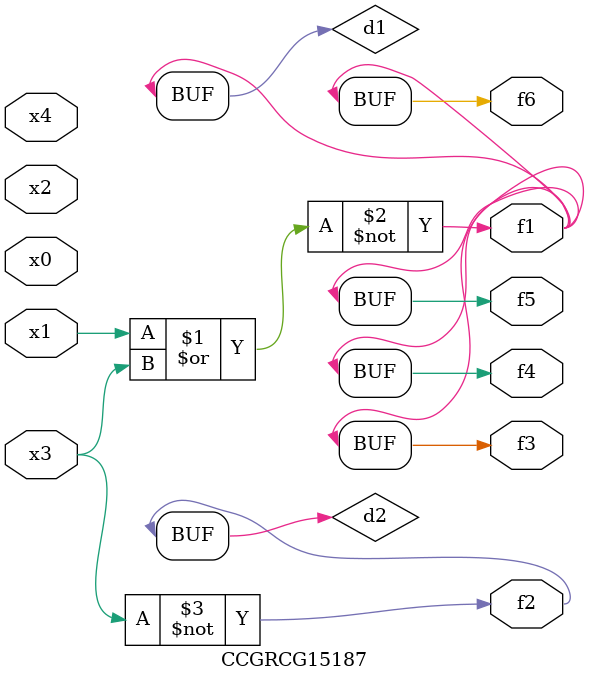
<source format=v>
module CCGRCG15187(
	input x0, x1, x2, x3, x4,
	output f1, f2, f3, f4, f5, f6
);

	wire d1, d2;

	nor (d1, x1, x3);
	not (d2, x3);
	assign f1 = d1;
	assign f2 = d2;
	assign f3 = d1;
	assign f4 = d1;
	assign f5 = d1;
	assign f6 = d1;
endmodule

</source>
